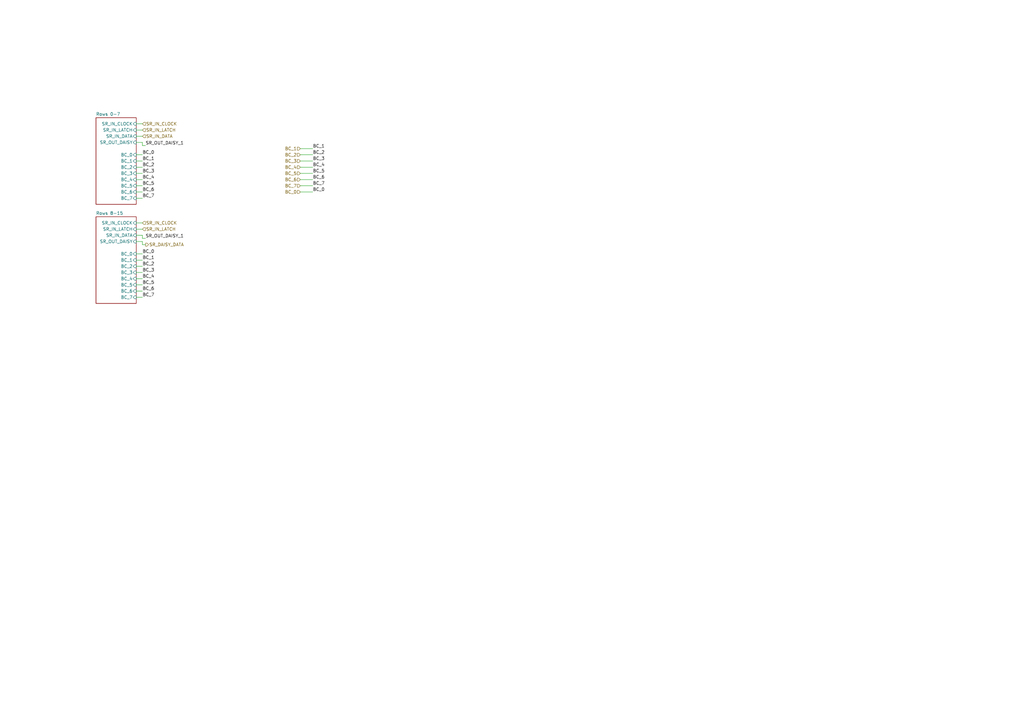
<source format=kicad_sch>
(kicad_sch (version 20211123) (generator eeschema)
  (paper "A3")
  (lib_symbols)
  (wire (pts (xy 55.88 81.28) (xy 58.42 81.28)))
  (wire (pts (xy 55.88 91.44) (xy 58.42 91.44)))
  (wire (pts (xy 55.88 76.2) (xy 58.42 76.2)))
  (wire (pts (xy 55.88 99.06) (xy 58.42 99.06)))
  (wire (pts (xy 55.88 116.84) (xy 58.42 116.84)))
  (wire (pts (xy 55.88 104.14) (xy 58.42 104.14)))
  (wire (pts (xy 123.19 78.74) (xy 128.27 78.74)))
  (wire (pts (xy 123.19 76.2) (xy 128.27 76.2)))
  (wire (pts (xy 55.88 93.98) (xy 58.42 93.98)))
  (wire (pts (xy 55.88 121.92) (xy 58.42 121.92)))
  (wire (pts (xy 58.42 58.42) (xy 58.42 59.69)))
  (wire (pts (xy 55.88 55.88) (xy 58.42 55.88)))
  (wire (pts (xy 123.19 68.58) (xy 128.27 68.58)))
  (wire (pts (xy 58.42 100.33) (xy 59.69 100.33)))
  (wire (pts (xy 55.88 68.58) (xy 58.42 68.58)))
  (wire (pts (xy 123.19 71.12) (xy 128.27 71.12)))
  (wire (pts (xy 55.88 58.42) (xy 58.42 58.42)))
  (wire (pts (xy 58.42 99.06) (xy 58.42 100.33)))
  (wire (pts (xy 123.19 73.66) (xy 128.27 73.66)))
  (wire (pts (xy 55.88 50.8) (xy 58.42 50.8)))
  (wire (pts (xy 123.19 60.96) (xy 128.27 60.96)))
  (wire (pts (xy 55.88 109.22) (xy 58.42 109.22)))
  (wire (pts (xy 55.88 111.76) (xy 58.42 111.76)))
  (wire (pts (xy 55.88 96.52) (xy 58.42 96.52)))
  (wire (pts (xy 55.88 119.38) (xy 58.42 119.38)))
  (wire (pts (xy 123.19 66.04) (xy 128.27 66.04)))
  (wire (pts (xy 123.19 63.5) (xy 128.27 63.5)))
  (wire (pts (xy 55.88 106.68) (xy 58.42 106.68)))
  (wire (pts (xy 55.88 78.74) (xy 58.42 78.74)))
  (wire (pts (xy 55.88 66.04) (xy 58.42 66.04)))
  (wire (pts (xy 58.42 59.69) (xy 59.69 59.69)))
  (wire (pts (xy 58.42 96.52) (xy 58.42 97.79)))
  (wire (pts (xy 55.88 71.12) (xy 58.42 71.12)))
  (wire (pts (xy 55.88 73.66) (xy 58.42 73.66)))
  (wire (pts (xy 55.88 63.5) (xy 58.42 63.5)))
  (wire (pts (xy 55.88 114.3) (xy 58.42 114.3)))
  (wire (pts (xy 55.88 53.34) (xy 58.42 53.34)))
  (wire (pts (xy 58.42 97.79) (xy 59.69 97.79)))
  (label "BC_1" (at 58.42 66.04 0))
  (label "BC_2" (at 58.42 68.58 0))
  (label "BC_1" (at 58.42 106.68 0))
  (label "BC_4" (at 128.27 68.58 0))
  (label "BC_0" (at 128.27 78.74 0))
  (label "BC_4" (at 58.42 114.3 0))
  (label "BC_0" (at 58.42 104.14 0))
  (label "BC_3" (at 128.27 66.04 0))
  (label "BC_1" (at 128.27 60.96 0))
  (label "BC_2" (at 58.42 109.22 0))
  (label "BC_6" (at 128.27 73.66 0))
  (label "BC_0" (at 58.42 63.5 0))
  (label "BC_5" (at 58.42 116.84 0))
  (label "BC_7" (at 58.42 121.92 0))
  (label "SR_OUT_DAISY_1" (at 59.69 97.79 0))
  (label "BC_2" (at 128.27 63.5 0))
  (label "BC_5" (at 128.27 71.12 0))
  (label "BC_6" (at 58.42 78.74 0))
  (label "BC_3" (at 58.42 71.12 0))
  (label "BC_5" (at 58.42 76.2 0))
  (label "BC_6" (at 58.42 119.38 0))
  (label "BC_7" (at 128.27 76.2 0))
  (label "BC_3" (at 58.42 111.76 0))
  (label "BC_4" (at 58.42 73.66 0))
  (label "SR_OUT_DAISY_1" (at 59.69 59.69 0))
  (label "BC_7" (at 58.42 81.28 0))
  (hierarchical_label "BC_5" (shape input) (at 123.19 71.12 180))
  (hierarchical_label "BC_3" (shape input) (at 123.19 66.04 180))
  (hierarchical_label "SR_IN_LATCH" (shape input) (at 58.42 93.98 0))
  (hierarchical_label "BC_2" (shape input) (at 123.19 63.5 180))
  (hierarchical_label "SR_IN_CLOCK" (shape input) (at 58.42 50.8 0))
  (hierarchical_label "BC_6" (shape input) (at 123.19 73.66 180))
  (hierarchical_label "BC_4" (shape input) (at 123.19 68.58 180))
  (hierarchical_label "BC_7" (shape input) (at 123.19 76.2 180))
  (hierarchical_label "SR_IN_CLOCK" (shape input) (at 58.42 91.44 0))
  (hierarchical_label "BC_1" (shape input) (at 123.19 60.96 180))
  (hierarchical_label "SR_IN_LATCH" (shape input) (at 58.42 53.34 0))
  (hierarchical_label "SR_IN_DATA" (shape input) (at 58.42 55.88 0))
  (hierarchical_label "SR_DAISY_DATA" (shape output) (at 59.69 100.33 0))
  (hierarchical_label "BC_0" (shape input) (at 123.19 78.74 180))
  (sheet (at 39.37 48.26) (size 16.51 35.56) (stroke (width 0.1524))
    (property "Sheet name" "Rows 0-7" (at 39.37 47.5484 0) (effects (justify left bottom)))
    (property "Sheet file" "Buttons_Rows.kicad_sch" (effects hide))
    (pin "SR_IN_CLOCK" input (at 55.88 50.8 0))
    (pin "SR_IN_LATCH" input (at 55.88 53.34 0))
    (pin "SR_IN_DATA" input (at 55.88 55.88 0))
    (pin "SR_OUT_DAISY" input (at 55.88 58.42 0))
    (pin "BC_3" input (at 55.88 71.12 0))
    (pin "BC_7" input (at 55.88 81.28 0))
    (pin "BC_1" input (at 55.88 66.04 0))
    (pin "BC_2" input (at 55.88 68.58 0))
    (pin "BC_6" input (at 55.88 78.74 0))
    (pin "BC_5" input (at 55.88 76.2 0))
    (pin "BC_0" input (at 55.88 63.5 0))
    (pin "BC_4" input (at 55.88 73.66 0))
  )
  (sheet (at 39.37 88.9) (size 16.51 35.56) (stroke (width 0.1524))
    (property "Sheet name" "Rows 8-15" (at 39.37 88.1884 0) (effects (justify left bottom)))
    (property "Sheet file" "Buttons_Rows.kicad_sch" (effects hide))
    (pin "SR_IN_CLOCK" input (at 55.88 91.44 0))
    (pin "SR_IN_LATCH" input (at 55.88 93.98 0))
    (pin "SR_IN_DATA" input (at 55.88 96.52 0))
    (pin "SR_OUT_DAISY" input (at 55.88 99.06 0))
    (pin "BC_3" input (at 55.88 111.76 0))
    (pin "BC_7" input (at 55.88 121.92 0))
    (pin "BC_1" input (at 55.88 106.68 0))
    (pin "BC_2" input (at 55.88 109.22 0))
    (pin "BC_6" input (at 55.88 119.38 0))
    (pin "BC_5" input (at 55.88 116.84 0))
    (pin "BC_0" input (at 55.88 104.14 0))
    (pin "BC_4" input (at 55.88 114.3 0))
  )
)
</source>
